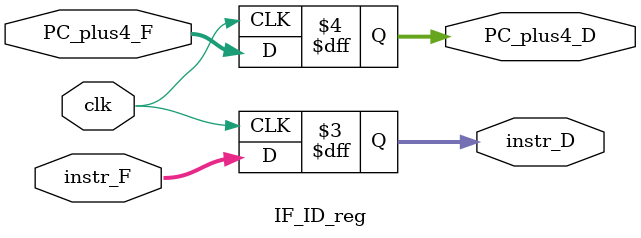
<source format=v>

module IF_ID_reg (
    input clk,
    input [31:0] instr_F,
    input [31:0] PC_plus4_F,
    output reg [31:0] instr_D,
    output reg [31:0] PC_plus4_D
);

initial begin
    instr_D = 0;
    PC_plus4_D = 0;
end

always @(posedge clk) begin
    instr_D <= instr_F;
    PC_plus4_D <= PC_plus4_F;
end

endmodule
</source>
